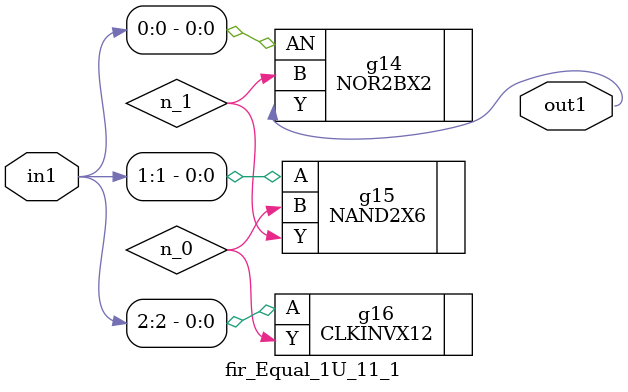
<source format=v>
`timescale 1ps / 1ps


module fir_Equal_1U_11_1(in1, out1);
  input [2:0] in1;
  output out1;
  wire [2:0] in1;
  wire out1;
  wire n_0, n_1;
  NOR2BX2 g14(.AN (in1[0]), .B (n_1), .Y (out1));
  NAND2X6 g15(.A (in1[1]), .B (n_0), .Y (n_1));
  CLKINVX12 g16(.A (in1[2]), .Y (n_0));
endmodule



</source>
